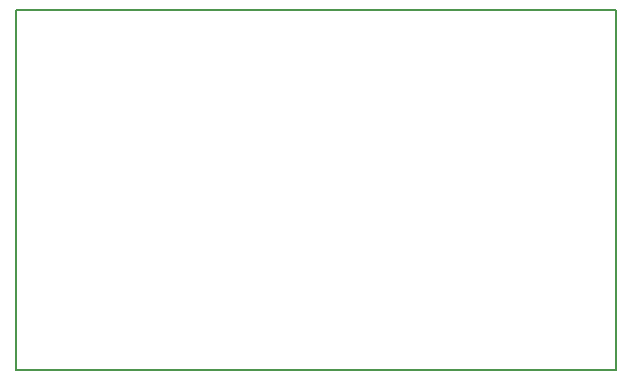
<source format=gbr>
G04 #@! TF.FileFunction,Profile,NP*
%FSLAX46Y46*%
G04 Gerber Fmt 4.6, Leading zero omitted, Abs format (unit mm)*
G04 Created by KiCad (PCBNEW 4.0.6-e0-6349~53~ubuntu16.04.1) date Thu Aug 24 17:13:08 2017*
%MOMM*%
%LPD*%
G01*
G04 APERTURE LIST*
%ADD10C,0.100000*%
%ADD11C,0.150000*%
G04 APERTURE END LIST*
D10*
D11*
X124460000Y-118110000D02*
X124460000Y-87630000D01*
X175260000Y-118110000D02*
X124460000Y-118110000D01*
X175260000Y-87630000D02*
X175260000Y-118110000D01*
X124460000Y-87630000D02*
X175260000Y-87630000D01*
M02*

</source>
